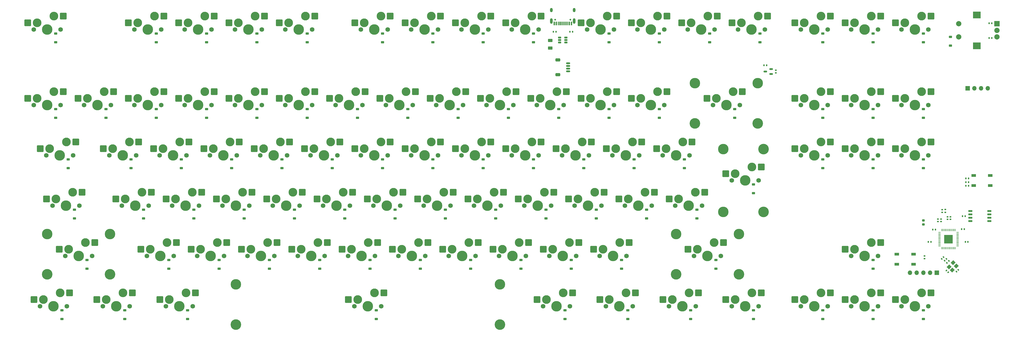
<source format=gbr>
%TF.GenerationSoftware,KiCad,Pcbnew,(7.0.0)*%
%TF.CreationDate,2023-12-09T11:02:40+00:00*%
%TF.ProjectId,TKL_PCB,544b4c5f-5043-4422-9e6b-696361645f70,rev?*%
%TF.SameCoordinates,Original*%
%TF.FileFunction,Soldermask,Bot*%
%TF.FilePolarity,Negative*%
%FSLAX46Y46*%
G04 Gerber Fmt 4.6, Leading zero omitted, Abs format (unit mm)*
G04 Created by KiCad (PCBNEW (7.0.0)) date 2023-12-09 11:02:40*
%MOMM*%
%LPD*%
G01*
G04 APERTURE LIST*
G04 Aperture macros list*
%AMRoundRect*
0 Rectangle with rounded corners*
0 $1 Rounding radius*
0 $2 $3 $4 $5 $6 $7 $8 $9 X,Y pos of 4 corners*
0 Add a 4 corners polygon primitive as box body*
4,1,4,$2,$3,$4,$5,$6,$7,$8,$9,$2,$3,0*
0 Add four circle primitives for the rounded corners*
1,1,$1+$1,$2,$3*
1,1,$1+$1,$4,$5*
1,1,$1+$1,$6,$7*
1,1,$1+$1,$8,$9*
0 Add four rect primitives between the rounded corners*
20,1,$1+$1,$2,$3,$4,$5,0*
20,1,$1+$1,$4,$5,$6,$7,0*
20,1,$1+$1,$6,$7,$8,$9,0*
20,1,$1+$1,$8,$9,$2,$3,0*%
%AMRotRect*
0 Rectangle, with rotation*
0 The origin of the aperture is its center*
0 $1 length*
0 $2 width*
0 $3 Rotation angle, in degrees counterclockwise*
0 Add horizontal line*
21,1,$1,$2,0,0,$3*%
G04 Aperture macros list end*
%ADD10C,4.000000*%
%ADD11C,3.987800*%
%ADD12R,1.700000X1.700000*%
%ADD13O,1.700000X1.700000*%
%ADD14RoundRect,0.225000X0.375000X-0.225000X0.375000X0.225000X-0.375000X0.225000X-0.375000X-0.225000X0*%
%ADD15RoundRect,0.135000X0.135000X0.185000X-0.135000X0.185000X-0.135000X-0.185000X0.135000X-0.185000X0*%
%ADD16C,1.750000*%
%ADD17C,3.300000*%
%ADD18RoundRect,0.250000X1.025000X1.000000X-1.025000X1.000000X-1.025000X-1.000000X1.025000X-1.000000X0*%
%ADD19RoundRect,0.135000X-0.185000X0.135000X-0.185000X-0.135000X0.185000X-0.135000X0.185000X0.135000X0*%
%ADD20RoundRect,0.150000X0.475000X0.150000X-0.475000X0.150000X-0.475000X-0.150000X0.475000X-0.150000X0*%
%ADD21R,1.700000X1.000000*%
%ADD22RoundRect,0.150000X0.650000X0.150000X-0.650000X0.150000X-0.650000X-0.150000X0.650000X-0.150000X0*%
%ADD23RoundRect,0.140000X0.140000X0.170000X-0.140000X0.170000X-0.140000X-0.170000X0.140000X-0.170000X0*%
%ADD24RoundRect,0.140000X0.021213X-0.219203X0.219203X-0.021213X-0.021213X0.219203X-0.219203X0.021213X0*%
%ADD25RoundRect,0.140000X-0.140000X-0.170000X0.140000X-0.170000X0.140000X0.170000X-0.140000X0.170000X0*%
%ADD26RoundRect,0.150000X0.625000X-0.150000X0.625000X0.150000X-0.625000X0.150000X-0.625000X-0.150000X0*%
%ADD27RoundRect,0.250000X0.650000X-0.350000X0.650000X0.350000X-0.650000X0.350000X-0.650000X-0.350000X0*%
%ADD28RoundRect,0.140000X0.170000X-0.140000X0.170000X0.140000X-0.170000X0.140000X-0.170000X-0.140000X0*%
%ADD29C,0.650000*%
%ADD30R,0.600000X1.450000*%
%ADD31R,0.300000X1.450000*%
%ADD32O,1.000000X1.600000*%
%ADD33O,1.000000X2.100000*%
%ADD34RoundRect,0.150000X0.512500X0.150000X-0.512500X0.150000X-0.512500X-0.150000X0.512500X-0.150000X0*%
%ADD35RoundRect,0.140000X-0.021213X0.219203X-0.219203X0.021213X0.021213X-0.219203X0.219203X-0.021213X0*%
%ADD36RoundRect,0.140000X0.219203X0.021213X0.021213X0.219203X-0.219203X-0.021213X-0.021213X-0.219203X0*%
%ADD37RoundRect,0.135000X-0.135000X-0.185000X0.135000X-0.185000X0.135000X0.185000X-0.135000X0.185000X0*%
%ADD38R,2.000000X2.000000*%
%ADD39C,2.000000*%
%ADD40R,3.000000X2.500000*%
%ADD41RoundRect,0.225000X-0.250000X0.225000X-0.250000X-0.225000X0.250000X-0.225000X0.250000X0.225000X0*%
%ADD42RoundRect,0.250000X-0.625000X0.375000X-0.625000X-0.375000X0.625000X-0.375000X0.625000X0.375000X0*%
%ADD43RotRect,1.400000X1.200000X45.000000*%
%ADD44RoundRect,0.135000X0.035355X-0.226274X0.226274X-0.035355X-0.035355X0.226274X-0.226274X0.035355X0*%
%ADD45RoundRect,0.050000X0.387500X0.050000X-0.387500X0.050000X-0.387500X-0.050000X0.387500X-0.050000X0*%
%ADD46RoundRect,0.050000X0.050000X0.387500X-0.050000X0.387500X-0.050000X-0.387500X0.050000X-0.387500X0*%
%ADD47R,3.200000X3.200000*%
G04 APERTURE END LIST*
D10*
%TO.C,S1*%
X49212500Y-115728750D03*
D11*
X49212500Y-100488750D03*
D10*
X25400000Y-115728750D03*
D11*
X25400000Y-100488750D03*
%TD*%
D10*
%TO.C,S3*%
X287337500Y-115728750D03*
D11*
X287337500Y-100488750D03*
D10*
X263525000Y-115728750D03*
D11*
X263525000Y-100488750D03*
%TD*%
%TO.C,S4*%
X281463750Y-68262500D03*
X281463750Y-92075000D03*
D10*
X296703750Y-68262500D03*
X296703750Y-92075000D03*
%TD*%
D12*
%TO.C,J3*%
X373948749Y-45239152D03*
D13*
X376488749Y-45239152D03*
X379028749Y-45239152D03*
X381568749Y-45239152D03*
%TD*%
D10*
%TO.C,S2*%
X196850000Y-134778750D03*
D11*
X196850000Y-119538750D03*
D10*
X96837500Y-134778750D03*
D11*
X96837500Y-119538750D03*
%TD*%
D10*
%TO.C,S5*%
X294481250Y-58578750D03*
D11*
X294481250Y-43338750D03*
D10*
X270668750Y-58578750D03*
D11*
X270668750Y-43338750D03*
%TD*%
D14*
%TO.C,D9*%
X209550000Y-27843750D03*
X209550000Y-24543750D03*
%TD*%
D15*
%TO.C,R3*%
X383097500Y-26193750D03*
X382077500Y-26193750D03*
%TD*%
D14*
%TO.C,D27*%
X219075000Y-56418750D03*
X219075000Y-53118750D03*
%TD*%
D16*
%TO.C,SW83*%
X270986250Y-127793750D03*
D11*
X265906250Y-127793750D03*
D16*
X260826250Y-127793750D03*
D17*
X262096250Y-125253750D03*
D18*
X258546250Y-125253750D03*
X271996250Y-122713750D03*
D17*
X268446250Y-122713750D03*
%TD*%
D16*
%TO.C,SW42*%
X192405000Y-70643750D03*
D11*
X187325000Y-70643750D03*
D16*
X182245000Y-70643750D03*
D17*
X183515000Y-68103750D03*
D18*
X179965000Y-68103750D03*
X193415000Y-65563750D03*
D17*
X189865000Y-65563750D03*
%TD*%
D16*
%TO.C,SW67*%
X111442500Y-108743750D03*
D11*
X106362500Y-108743750D03*
D16*
X101282500Y-108743750D03*
D17*
X102552500Y-106203750D03*
D18*
X99002500Y-106203750D03*
X112452500Y-103663750D03*
D17*
X108902500Y-103663750D03*
%TD*%
D16*
%TO.C,SW33*%
X359092500Y-51593750D03*
D11*
X354012500Y-51593750D03*
D16*
X348932500Y-51593750D03*
D17*
X350202500Y-49053750D03*
D18*
X346652500Y-49053750D03*
X360102500Y-46513750D03*
D17*
X356552500Y-46513750D03*
%TD*%
D14*
%TO.C,D40*%
X152400000Y-75468750D03*
X152400000Y-72168750D03*
%TD*%
D16*
%TO.C,SW86*%
X340042500Y-127793750D03*
D11*
X334962500Y-127793750D03*
D16*
X329882500Y-127793750D03*
D17*
X331152500Y-125253750D03*
D18*
X327602500Y-125253750D03*
X341052500Y-122713750D03*
D17*
X337502500Y-122713750D03*
%TD*%
D14*
%TO.C,D33*%
X357187500Y-56418750D03*
X357187500Y-53118750D03*
%TD*%
D16*
%TO.C,SW20*%
X87630000Y-51593750D03*
D11*
X82550000Y-51593750D03*
D16*
X77470000Y-51593750D03*
D17*
X78740000Y-49053750D03*
D18*
X75190000Y-49053750D03*
X88640000Y-46513750D03*
D17*
X85090000Y-46513750D03*
%TD*%
D14*
%TO.C,D87*%
X357187500Y-132618750D03*
X357187500Y-129318750D03*
%TD*%
%TO.C,D73*%
X223837500Y-113568750D03*
X223837500Y-110268750D03*
%TD*%
%TO.C,D80*%
X150018750Y-132618750D03*
X150018750Y-129318750D03*
%TD*%
D16*
%TO.C,SW69*%
X149542500Y-108743750D03*
D11*
X144462500Y-108743750D03*
D16*
X139382500Y-108743750D03*
D17*
X140652500Y-106203750D03*
D18*
X137102500Y-106203750D03*
X150552500Y-103663750D03*
D17*
X147002500Y-103663750D03*
%TD*%
D19*
%TO.C,R5*%
X357603648Y-108730877D03*
X357603648Y-109750877D03*
%TD*%
D14*
%TO.C,D34*%
X33337500Y-75468750D03*
X33337500Y-72168750D03*
%TD*%
%TO.C,D53*%
X80962500Y-94518750D03*
X80962500Y-91218750D03*
%TD*%
%TO.C,D26*%
X200025000Y-56418750D03*
X200025000Y-53118750D03*
%TD*%
%TO.C,D58*%
X176212500Y-94518750D03*
X176212500Y-91218750D03*
%TD*%
%TO.C,D56*%
X138112500Y-94518750D03*
X138112500Y-91218750D03*
%TD*%
%TO.C,D29*%
X257175000Y-56418750D03*
X257175000Y-53118750D03*
%TD*%
D16*
%TO.C,SW50*%
X359092500Y-70643750D03*
D11*
X354012500Y-70643750D03*
D16*
X348932500Y-70643750D03*
D17*
X350202500Y-68103750D03*
D18*
X346652500Y-68103750D03*
X360102500Y-65563750D03*
D17*
X356552500Y-65563750D03*
%TD*%
D14*
%TO.C,D3*%
X85725000Y-27843750D03*
X85725000Y-24543750D03*
%TD*%
D20*
%TO.C,U2*%
X221837500Y-26037500D03*
X221837500Y-26987500D03*
X221837500Y-27937500D03*
X219487500Y-27937500D03*
X219487500Y-26987500D03*
X219487500Y-26037500D03*
%TD*%
D15*
%TO.C,R6*%
X374316250Y-79375000D03*
X373296250Y-79375000D03*
%TD*%
D16*
%TO.C,SW28*%
X240030000Y-51593750D03*
D11*
X234950000Y-51593750D03*
D16*
X229870000Y-51593750D03*
D17*
X231140000Y-49053750D03*
D18*
X227590000Y-49053750D03*
X241040000Y-46513750D03*
D17*
X237490000Y-46513750D03*
%TD*%
D14*
%TO.C,D47*%
X292893750Y-84993750D03*
X292893750Y-81693750D03*
%TD*%
%TO.C,D39*%
X133350000Y-75468750D03*
X133350000Y-72168750D03*
%TD*%
%TO.C,D44*%
X228600000Y-75468750D03*
X228600000Y-72168750D03*
%TD*%
%TO.C,D14*%
X319087500Y-27843750D03*
X319087500Y-24543750D03*
%TD*%
%TO.C,D28*%
X238125000Y-56418750D03*
X238125000Y-53118750D03*
%TD*%
%TO.C,D2*%
X66675000Y-27843750D03*
X66675000Y-24543750D03*
%TD*%
%TO.C,D43*%
X209550000Y-75468750D03*
X209550000Y-72168750D03*
%TD*%
%TO.C,D63*%
X271462500Y-94518750D03*
X271462500Y-91218750D03*
%TD*%
%TO.C,D52*%
X61912500Y-94518750D03*
X61912500Y-91218750D03*
%TD*%
%TO.C,D79*%
X78581250Y-132618750D03*
X78581250Y-129318750D03*
%TD*%
D21*
%TO.C,RST1*%
X353459147Y-108091768D03*
X347159147Y-108091768D03*
X353459147Y-111891768D03*
X347159147Y-111891768D03*
%TD*%
D16*
%TO.C,SW38*%
X116205000Y-70643750D03*
D11*
X111125000Y-70643750D03*
D16*
X106045000Y-70643750D03*
D17*
X107315000Y-68103750D03*
D18*
X103765000Y-68103750D03*
X117215000Y-65563750D03*
D17*
X113665000Y-65563750D03*
%TD*%
D14*
%TO.C,D83*%
X269081250Y-132618750D03*
X269081250Y-129318750D03*
%TD*%
D16*
%TO.C,SW22*%
X125730000Y-51593750D03*
D11*
X120650000Y-51593750D03*
D16*
X115570000Y-51593750D03*
D17*
X116840000Y-49053750D03*
D18*
X113290000Y-49053750D03*
X126740000Y-46513750D03*
D17*
X123190000Y-46513750D03*
%TD*%
D16*
%TO.C,SW6*%
X154305000Y-23018750D03*
D11*
X149225000Y-23018750D03*
D16*
X144145000Y-23018750D03*
D17*
X145415000Y-20478750D03*
D18*
X141865000Y-20478750D03*
X155315000Y-17938750D03*
D17*
X151765000Y-17938750D03*
%TD*%
D22*
%TO.C,Flash*%
X382218750Y-91757500D03*
X382218750Y-93027500D03*
X382218750Y-94297500D03*
X382218750Y-95567500D03*
X375018750Y-95567500D03*
X375018750Y-94297500D03*
X375018750Y-93027500D03*
X375018750Y-91757500D03*
%TD*%
D14*
%TO.C,D37*%
X95250000Y-75468750D03*
X95250000Y-72168750D03*
%TD*%
D23*
%TO.C,C10*%
X361762390Y-98748485D03*
X360802390Y-98748485D03*
%TD*%
D14*
%TO.C,D68*%
X128587500Y-113568750D03*
X128587500Y-110268750D03*
%TD*%
D16*
%TO.C,SW74*%
X244792500Y-108743750D03*
D11*
X239712500Y-108743750D03*
D16*
X234632500Y-108743750D03*
D17*
X235902500Y-106203750D03*
D18*
X232352500Y-106203750D03*
X245802500Y-103663750D03*
D17*
X242252500Y-103663750D03*
%TD*%
D14*
%TO.C,D81*%
X221456250Y-132618750D03*
X221456250Y-129318750D03*
%TD*%
D16*
%TO.C,SW41*%
X173355000Y-70643750D03*
D11*
X168275000Y-70643750D03*
D16*
X163195000Y-70643750D03*
D17*
X164465000Y-68103750D03*
D18*
X160915000Y-68103750D03*
X174365000Y-65563750D03*
D17*
X170815000Y-65563750D03*
%TD*%
D23*
%TO.C,C5*%
X372996466Y-93688597D03*
X372036466Y-93688597D03*
%TD*%
D16*
%TO.C,SW11*%
X259080000Y-23018750D03*
D11*
X254000000Y-23018750D03*
D16*
X248920000Y-23018750D03*
D17*
X250190000Y-20478750D03*
D18*
X246640000Y-20478750D03*
X260090000Y-17938750D03*
D17*
X256540000Y-17938750D03*
%TD*%
D14*
%TO.C,D1*%
X28575000Y-27843750D03*
X28575000Y-24543750D03*
%TD*%
D24*
%TO.C,C3*%
X369747504Y-114695183D03*
X370426326Y-114016361D03*
%TD*%
D25*
%TO.C,C13*%
X373096446Y-103447575D03*
X374056446Y-103447575D03*
%TD*%
D14*
%TO.C,D25*%
X180975000Y-56418750D03*
X180975000Y-53118750D03*
%TD*%
D26*
%TO.C,J2*%
X222662500Y-38806250D03*
X222662500Y-37806250D03*
X222662500Y-36806250D03*
X222662500Y-35806250D03*
D27*
X218787500Y-40106250D03*
X218787500Y-34506250D03*
%TD*%
D14*
%TO.C,D49*%
X338137500Y-75468750D03*
X338137500Y-72168750D03*
%TD*%
D28*
%TO.C,C6*%
X363899353Y-95728434D03*
X363899353Y-94768434D03*
%TD*%
D16*
%TO.C,SW82*%
X247173750Y-127793750D03*
D11*
X242093750Y-127793750D03*
D16*
X237013750Y-127793750D03*
D17*
X238283750Y-125253750D03*
D18*
X234733750Y-125253750D03*
X248183750Y-122713750D03*
D17*
X244633750Y-122713750D03*
%TD*%
D16*
%TO.C,SW59*%
X197167500Y-89693750D03*
D11*
X192087500Y-89693750D03*
D16*
X187007500Y-89693750D03*
D17*
X188277500Y-87153750D03*
D18*
X184727500Y-87153750D03*
X198177500Y-84613750D03*
D17*
X194627500Y-84613750D03*
%TD*%
D14*
%TO.C,D65*%
X71437500Y-113568750D03*
X71437500Y-110268750D03*
%TD*%
D16*
%TO.C,SW16*%
X359092500Y-23018750D03*
D11*
X354012500Y-23018750D03*
D16*
X348932500Y-23018750D03*
D17*
X350202500Y-20478750D03*
D18*
X346652500Y-20478750D03*
X360102500Y-17938750D03*
D17*
X356552500Y-17938750D03*
%TD*%
D29*
%TO.C,J1*%
X217772500Y-19268750D03*
X223552500Y-19268750D03*
D30*
X217412499Y-20713749D03*
X218212499Y-20713749D03*
D31*
X219412499Y-20713749D03*
X220412499Y-20713749D03*
X220912499Y-20713749D03*
X221912499Y-20713749D03*
D30*
X223112499Y-20713749D03*
X223912499Y-20713749D03*
X223912499Y-20713749D03*
X223112499Y-20713749D03*
D31*
X222412499Y-20713749D03*
X221412499Y-20713749D03*
X219912499Y-20713749D03*
X218912499Y-20713749D03*
D30*
X218212499Y-20713749D03*
X217412499Y-20713749D03*
D32*
X216342499Y-15618749D03*
D33*
X216342499Y-19798749D03*
D32*
X224982499Y-15618749D03*
D33*
X224982499Y-19798749D03*
%TD*%
D16*
%TO.C,SW4*%
X106680000Y-23018750D03*
D11*
X101600000Y-23018750D03*
D16*
X96520000Y-23018750D03*
D17*
X97790000Y-20478750D03*
D18*
X94240000Y-20478750D03*
X107690000Y-17938750D03*
D17*
X104140000Y-17938750D03*
%TD*%
D16*
%TO.C,SW46*%
X268605000Y-70643750D03*
D11*
X263525000Y-70643750D03*
D16*
X258445000Y-70643750D03*
D17*
X259715000Y-68103750D03*
D18*
X256165000Y-68103750D03*
X269615000Y-65563750D03*
D17*
X266065000Y-65563750D03*
%TD*%
D14*
%TO.C,D51*%
X35718750Y-94518750D03*
X35718750Y-91218750D03*
%TD*%
%TO.C,D62*%
X252412500Y-94518750D03*
X252412500Y-91218750D03*
%TD*%
D16*
%TO.C,SW7*%
X173355000Y-23018750D03*
D11*
X168275000Y-23018750D03*
D16*
X163195000Y-23018750D03*
D17*
X164465000Y-20478750D03*
D18*
X160915000Y-20478750D03*
X174365000Y-17938750D03*
D17*
X170815000Y-17938750D03*
%TD*%
D14*
%TO.C,D38*%
X114300000Y-75468750D03*
X114300000Y-72168750D03*
%TD*%
D16*
%TO.C,SW85*%
X320992500Y-127793750D03*
D11*
X315912500Y-127793750D03*
D16*
X310832500Y-127793750D03*
D17*
X312102500Y-125253750D03*
D18*
X308552500Y-125253750D03*
X322002500Y-122713750D03*
D17*
X318452500Y-122713750D03*
%TD*%
D16*
%TO.C,SW17*%
X30480000Y-51593750D03*
D11*
X25400000Y-51593750D03*
D16*
X20320000Y-51593750D03*
D17*
X21590000Y-49053750D03*
D18*
X18040000Y-49053750D03*
X31490000Y-46513750D03*
D17*
X27940000Y-46513750D03*
%TD*%
D16*
%TO.C,SW23*%
X144780000Y-51593750D03*
D11*
X139700000Y-51593750D03*
D16*
X134620000Y-51593750D03*
D17*
X135890000Y-49053750D03*
D18*
X132340000Y-49053750D03*
X145790000Y-46513750D03*
D17*
X142240000Y-46513750D03*
%TD*%
D16*
%TO.C,SW58*%
X178117500Y-89693750D03*
D11*
X173037500Y-89693750D03*
D16*
X167957500Y-89693750D03*
D17*
X169227500Y-87153750D03*
D18*
X165677500Y-87153750D03*
X179127500Y-84613750D03*
D17*
X175577500Y-84613750D03*
%TD*%
D16*
%TO.C,SW76*%
X340042500Y-108743750D03*
D11*
X334962500Y-108743750D03*
D16*
X329882500Y-108743750D03*
D17*
X331152500Y-106203750D03*
D18*
X327602500Y-106203750D03*
X341052500Y-103663750D03*
D17*
X337502500Y-103663750D03*
%TD*%
D16*
%TO.C,SW19*%
X68580000Y-51593750D03*
D11*
X63500000Y-51593750D03*
D16*
X58420000Y-51593750D03*
D17*
X59690000Y-49053750D03*
D18*
X56140000Y-49053750D03*
X69590000Y-46513750D03*
D17*
X66040000Y-46513750D03*
%TD*%
D14*
%TO.C,D76*%
X338137500Y-113568750D03*
X338137500Y-110268750D03*
%TD*%
D16*
%TO.C,SW12*%
X278130000Y-23018750D03*
D11*
X273050000Y-23018750D03*
D16*
X267970000Y-23018750D03*
D17*
X269240000Y-20478750D03*
D18*
X265690000Y-20478750D03*
X279140000Y-17938750D03*
D17*
X275590000Y-17938750D03*
%TD*%
D16*
%TO.C,SW53*%
X82867500Y-89693750D03*
D11*
X77787500Y-89693750D03*
D16*
X72707500Y-89693750D03*
D17*
X73977500Y-87153750D03*
D18*
X70427500Y-87153750D03*
X83877500Y-84613750D03*
D17*
X80327500Y-84613750D03*
%TD*%
D14*
%TO.C,D59*%
X195262500Y-94518750D03*
X195262500Y-91218750D03*
%TD*%
%TO.C,D32*%
X338137500Y-56418750D03*
X338137500Y-53118750D03*
%TD*%
D16*
%TO.C,SW37*%
X97155000Y-70643750D03*
D11*
X92075000Y-70643750D03*
D16*
X86995000Y-70643750D03*
D17*
X88265000Y-68103750D03*
D18*
X84715000Y-68103750D03*
X98165000Y-65563750D03*
D17*
X94615000Y-65563750D03*
%TD*%
D34*
%TO.C,Regulator*%
X299587500Y-37943750D03*
X299587500Y-39843750D03*
X297312500Y-38893750D03*
%TD*%
D35*
%TO.C,C7*%
X364859741Y-109187032D03*
X364180919Y-109865854D03*
%TD*%
D36*
%TO.C,C4*%
X366592833Y-114959248D03*
X365914011Y-114280426D03*
%TD*%
D14*
%TO.C,D50*%
X357187500Y-75468750D03*
X357187500Y-72168750D03*
%TD*%
D16*
%TO.C,SW31*%
X320992500Y-51593750D03*
D11*
X315912500Y-51593750D03*
D16*
X310832500Y-51593750D03*
D17*
X312102500Y-49053750D03*
D18*
X308552500Y-49053750D03*
X322002500Y-46513750D03*
D17*
X318452500Y-46513750D03*
%TD*%
D16*
%TO.C,SW75*%
X280511250Y-108743750D03*
D11*
X275431250Y-108743750D03*
D16*
X270351250Y-108743750D03*
D17*
X271621250Y-106203750D03*
D18*
X268071250Y-106203750D03*
X281521250Y-103663750D03*
D17*
X277971250Y-103663750D03*
%TD*%
D16*
%TO.C,SW77*%
X32861250Y-127793750D03*
D11*
X27781250Y-127793750D03*
D16*
X22701250Y-127793750D03*
D17*
X23971250Y-125253750D03*
D18*
X20421250Y-125253750D03*
X33871250Y-122713750D03*
D17*
X30321250Y-122713750D03*
%TD*%
D16*
%TO.C,SW32*%
X340042500Y-51593750D03*
D11*
X334962500Y-51593750D03*
D16*
X329882500Y-51593750D03*
D17*
X331152500Y-49053750D03*
D18*
X327602500Y-49053750D03*
X341052500Y-46513750D03*
D17*
X337502500Y-46513750D03*
%TD*%
D28*
%TO.C,C14*%
X366318961Y-94898200D03*
X366318961Y-93938200D03*
%TD*%
D14*
%TO.C,D17*%
X28575000Y-56418750D03*
X28575000Y-53118750D03*
%TD*%
D37*
%TO.C,R4*%
X382077500Y-20637500D03*
X383097500Y-20637500D03*
%TD*%
D16*
%TO.C,SW48*%
X320992500Y-70643750D03*
D11*
X315912500Y-70643750D03*
D16*
X310832500Y-70643750D03*
D17*
X312102500Y-68103750D03*
D18*
X308552500Y-68103750D03*
X322002500Y-65563750D03*
D17*
X318452500Y-65563750D03*
%TD*%
D28*
%TO.C,C15*%
X362743750Y-95730000D03*
X362743750Y-94770000D03*
%TD*%
D16*
%TO.C,SW72*%
X206692500Y-108743750D03*
D11*
X201612500Y-108743750D03*
D16*
X196532500Y-108743750D03*
D17*
X197802500Y-106203750D03*
D18*
X194252500Y-106203750D03*
X207702500Y-103663750D03*
D17*
X204152500Y-103663750D03*
%TD*%
D16*
%TO.C,SW34*%
X35242500Y-70643750D03*
D11*
X30162500Y-70643750D03*
D16*
X25082500Y-70643750D03*
D17*
X26352500Y-68103750D03*
D18*
X22802500Y-68103750D03*
X36252500Y-65563750D03*
D17*
X32702500Y-65563750D03*
%TD*%
D16*
%TO.C,SW36*%
X78105000Y-70643750D03*
D11*
X73025000Y-70643750D03*
D16*
X67945000Y-70643750D03*
D17*
X69215000Y-68103750D03*
D18*
X65665000Y-68103750D03*
X79115000Y-65563750D03*
D17*
X75565000Y-65563750D03*
%TD*%
D16*
%TO.C,SW18*%
X49530000Y-51593750D03*
D11*
X44450000Y-51593750D03*
D16*
X39370000Y-51593750D03*
D17*
X40640000Y-49053750D03*
D18*
X37090000Y-49053750D03*
X50540000Y-46513750D03*
D17*
X46990000Y-46513750D03*
%TD*%
D16*
%TO.C,SW8*%
X192405000Y-23018750D03*
D11*
X187325000Y-23018750D03*
D16*
X182245000Y-23018750D03*
D17*
X183515000Y-20478750D03*
D18*
X179965000Y-20478750D03*
X193415000Y-17938750D03*
D17*
X189865000Y-17938750D03*
%TD*%
D14*
%TO.C,D69*%
X147637500Y-113568750D03*
X147637500Y-110268750D03*
%TD*%
%TO.C,D31*%
X319087500Y-56418750D03*
X319087500Y-53118750D03*
%TD*%
D16*
%TO.C,SW79*%
X80486250Y-127793750D03*
D11*
X75406250Y-127793750D03*
D16*
X70326250Y-127793750D03*
D17*
X71596250Y-125253750D03*
D18*
X68046250Y-125253750D03*
X81496250Y-122713750D03*
D17*
X77946250Y-122713750D03*
%TD*%
D16*
%TO.C,SW71*%
X187642500Y-108743750D03*
D11*
X182562500Y-108743750D03*
D16*
X177482500Y-108743750D03*
D17*
X178752500Y-106203750D03*
D18*
X175202500Y-106203750D03*
X188652500Y-103663750D03*
D17*
X185102500Y-103663750D03*
%TD*%
D12*
%TO.C,J4*%
X362262499Y-115093749D03*
D13*
X359722499Y-115093749D03*
X357182499Y-115093749D03*
X354642499Y-115093749D03*
X352102499Y-115093749D03*
%TD*%
D15*
%TO.C,R1*%
X218097890Y-23794288D03*
X217077890Y-23794288D03*
%TD*%
D16*
%TO.C,SW3*%
X87630000Y-23018750D03*
D11*
X82550000Y-23018750D03*
D16*
X77470000Y-23018750D03*
D17*
X78740000Y-20478750D03*
D18*
X75190000Y-20478750D03*
X88640000Y-17938750D03*
D17*
X85090000Y-17938750D03*
%TD*%
D14*
%TO.C,D70*%
X166687500Y-113568750D03*
X166687500Y-110268750D03*
%TD*%
D16*
%TO.C,SW81*%
X223361250Y-127793750D03*
D11*
X218281250Y-127793750D03*
D16*
X213201250Y-127793750D03*
D17*
X214471250Y-125253750D03*
D18*
X210921250Y-125253750D03*
X224371250Y-122713750D03*
D17*
X220821250Y-122713750D03*
%TD*%
D16*
%TO.C,SW9*%
X211455000Y-23018750D03*
D11*
X206375000Y-23018750D03*
D16*
X201295000Y-23018750D03*
D17*
X202565000Y-20478750D03*
D18*
X199015000Y-20478750D03*
X212465000Y-17938750D03*
D17*
X208915000Y-17938750D03*
%TD*%
D25*
%TO.C,C12*%
X371718072Y-98617275D03*
X372678072Y-98617275D03*
%TD*%
D14*
%TO.C,D84*%
X292893750Y-132618750D03*
X292893750Y-129318750D03*
%TD*%
%TO.C,D77*%
X30956250Y-132618750D03*
X30956250Y-129318750D03*
%TD*%
D38*
%TO.C,SW88*%
X385070499Y-20796249D03*
D39*
X385070500Y-25796250D03*
X385070500Y-23296250D03*
D40*
X377450499Y-29146249D03*
X377450499Y-17446249D03*
D39*
X370570500Y-20796250D03*
X370570500Y-25796250D03*
%TD*%
D14*
%TO.C,D78*%
X54768750Y-132618750D03*
X54768750Y-129318750D03*
%TD*%
D16*
%TO.C,SW70*%
X168592500Y-108743750D03*
D11*
X163512500Y-108743750D03*
D16*
X158432500Y-108743750D03*
D17*
X159702500Y-106203750D03*
D18*
X156152500Y-106203750D03*
X169602500Y-103663750D03*
D17*
X166052500Y-103663750D03*
%TD*%
D14*
%TO.C,D12*%
X276225000Y-27843750D03*
X276225000Y-24543750D03*
%TD*%
%TO.C,D88*%
X367445295Y-29123948D03*
X367445295Y-25823948D03*
%TD*%
D23*
%TO.C,C11*%
X360048750Y-103414598D03*
X359088750Y-103414598D03*
%TD*%
D14*
%TO.C,D5*%
X123825000Y-27843750D03*
X123825000Y-24543750D03*
%TD*%
%TO.C,D72*%
X204787500Y-113568750D03*
X204787500Y-110268750D03*
%TD*%
D16*
%TO.C,SW5*%
X125730000Y-23018750D03*
D11*
X120650000Y-23018750D03*
D16*
X115570000Y-23018750D03*
D17*
X116840000Y-20478750D03*
D18*
X113290000Y-20478750D03*
X126740000Y-17938750D03*
D17*
X123190000Y-17938750D03*
%TD*%
D16*
%TO.C,SW13*%
X297180000Y-23018750D03*
D11*
X292100000Y-23018750D03*
D16*
X287020000Y-23018750D03*
D17*
X288290000Y-20478750D03*
D18*
X284740000Y-20478750D03*
X298190000Y-17938750D03*
D17*
X294640000Y-17938750D03*
%TD*%
D16*
%TO.C,SW26*%
X201930000Y-51593750D03*
D11*
X196850000Y-51593750D03*
D16*
X191770000Y-51593750D03*
D17*
X193040000Y-49053750D03*
D18*
X189490000Y-49053750D03*
X202940000Y-46513750D03*
D17*
X199390000Y-46513750D03*
%TD*%
D16*
%TO.C,SW47*%
X294798750Y-80168750D03*
D11*
X289718750Y-80168750D03*
D16*
X284638750Y-80168750D03*
D17*
X285908750Y-77628750D03*
D18*
X282358750Y-77628750D03*
X295808750Y-75088750D03*
D17*
X292258750Y-75088750D03*
%TD*%
D14*
%TO.C,D23*%
X142875000Y-56418750D03*
X142875000Y-53118750D03*
%TD*%
D41*
%TO.C,C9*%
X357187500Y-95268750D03*
X357187500Y-96818750D03*
%TD*%
D14*
%TO.C,D66*%
X90487500Y-113568750D03*
X90487500Y-110268750D03*
%TD*%
%TO.C,D54*%
X100012500Y-94518750D03*
X100012500Y-91218750D03*
%TD*%
D42*
%TO.C,F1*%
X215900000Y-27175000D03*
X215900000Y-29975000D03*
%TD*%
D16*
%TO.C,SW80*%
X151923750Y-127793750D03*
D11*
X146843750Y-127793750D03*
D16*
X141763750Y-127793750D03*
D17*
X143033750Y-125253750D03*
D18*
X139483750Y-125253750D03*
X152933750Y-122713750D03*
D17*
X149383750Y-122713750D03*
%TD*%
D14*
%TO.C,D85*%
X319087500Y-132618750D03*
X319087500Y-129318750D03*
%TD*%
D16*
%TO.C,SW14*%
X320992500Y-23018750D03*
D11*
X315912500Y-23018750D03*
D16*
X310832500Y-23018750D03*
D17*
X312102500Y-20478750D03*
D18*
X308552500Y-20478750D03*
X322002500Y-17938750D03*
D17*
X318452500Y-17938750D03*
%TD*%
D14*
%TO.C,D10*%
X238125000Y-27843750D03*
X238125000Y-24543750D03*
%TD*%
D16*
%TO.C,SW21*%
X106680000Y-51593750D03*
D11*
X101600000Y-51593750D03*
D16*
X96520000Y-51593750D03*
D17*
X97790000Y-49053750D03*
D18*
X94240000Y-49053750D03*
X107690000Y-46513750D03*
D17*
X104140000Y-46513750D03*
%TD*%
D16*
%TO.C,SW73*%
X225742500Y-108743750D03*
D11*
X220662500Y-108743750D03*
D16*
X215582500Y-108743750D03*
D17*
X216852500Y-106203750D03*
D18*
X213302500Y-106203750D03*
X226752500Y-103663750D03*
D17*
X223202500Y-103663750D03*
%TD*%
D14*
%TO.C,D19*%
X66675000Y-56418750D03*
X66675000Y-53118750D03*
%TD*%
D16*
%TO.C,SW57*%
X159067500Y-89693750D03*
D11*
X153987500Y-89693750D03*
D16*
X148907500Y-89693750D03*
D17*
X150177500Y-87153750D03*
D18*
X146627500Y-87153750D03*
X160077500Y-84613750D03*
D17*
X156527500Y-84613750D03*
%TD*%
D14*
%TO.C,D74*%
X242887500Y-113568750D03*
X242887500Y-110268750D03*
%TD*%
%TO.C,D46*%
X266700000Y-75468750D03*
X266700000Y-72168750D03*
%TD*%
D19*
%TO.C,R10*%
X365467229Y-91183663D03*
X365467229Y-92203663D03*
%TD*%
D14*
%TO.C,D24*%
X161925000Y-56418750D03*
X161925000Y-53118750D03*
%TD*%
%TO.C,D11*%
X257175000Y-27843750D03*
X257175000Y-24543750D03*
%TD*%
D16*
%TO.C,SW87*%
X359092500Y-127793750D03*
D11*
X354012500Y-127793750D03*
D16*
X348932500Y-127793750D03*
D17*
X350202500Y-125253750D03*
D18*
X346652500Y-125253750D03*
X360102500Y-122713750D03*
D17*
X356552500Y-122713750D03*
%TD*%
D16*
%TO.C,SW35*%
X59055000Y-70643750D03*
D11*
X53975000Y-70643750D03*
D16*
X48895000Y-70643750D03*
D17*
X50165000Y-68103750D03*
D18*
X46615000Y-68103750D03*
X60065000Y-65563750D03*
D17*
X56515000Y-65563750D03*
%TD*%
D15*
%TO.C,R8*%
X374316250Y-82156250D03*
X373296250Y-82156250D03*
%TD*%
D14*
%TO.C,D4*%
X104775000Y-27843750D03*
X104775000Y-24543750D03*
%TD*%
D16*
%TO.C,SW56*%
X140017500Y-89693750D03*
D11*
X134937500Y-89693750D03*
D16*
X129857500Y-89693750D03*
D17*
X131127500Y-87153750D03*
D18*
X127577500Y-87153750D03*
X141027500Y-84613750D03*
D17*
X137477500Y-84613750D03*
%TD*%
D16*
%TO.C,SW15*%
X340042500Y-23018750D03*
D11*
X334962500Y-23018750D03*
D16*
X329882500Y-23018750D03*
D17*
X331152500Y-20478750D03*
D18*
X327602500Y-20478750D03*
X341052500Y-17938750D03*
D17*
X337502500Y-17938750D03*
%TD*%
D14*
%TO.C,D57*%
X157162500Y-94518750D03*
X157162500Y-91218750D03*
%TD*%
D16*
%TO.C,SW55*%
X120967500Y-89693750D03*
D11*
X115887500Y-89693750D03*
D16*
X110807500Y-89693750D03*
D17*
X112077500Y-87153750D03*
D18*
X108527500Y-87153750D03*
X121977500Y-84613750D03*
D17*
X118427500Y-84613750D03*
%TD*%
D14*
%TO.C,D75*%
X278606250Y-113568750D03*
X278606250Y-110268750D03*
%TD*%
%TO.C,D13*%
X295275000Y-27843750D03*
X295275000Y-24543750D03*
%TD*%
%TO.C,D55*%
X119062500Y-94518750D03*
X119062500Y-91218750D03*
%TD*%
%TO.C,D48*%
X319087500Y-75468750D03*
X319087500Y-72168750D03*
%TD*%
D16*
%TO.C,SW65*%
X73342500Y-108743750D03*
D11*
X68262500Y-108743750D03*
D16*
X63182500Y-108743750D03*
D17*
X64452500Y-106203750D03*
D18*
X60902500Y-106203750D03*
X74352500Y-103663750D03*
D17*
X70802500Y-103663750D03*
%TD*%
D14*
%TO.C,D16*%
X357187500Y-27843750D03*
X357187500Y-24543750D03*
%TD*%
D16*
%TO.C,SW63*%
X273367500Y-89693750D03*
D11*
X268287500Y-89693750D03*
D16*
X263207500Y-89693750D03*
D17*
X264477500Y-87153750D03*
D18*
X260927500Y-87153750D03*
X274377500Y-84613750D03*
D17*
X270827500Y-84613750D03*
%TD*%
D16*
%TO.C,SW49*%
X340042500Y-70643750D03*
D11*
X334962500Y-70643750D03*
D16*
X329882500Y-70643750D03*
D17*
X331152500Y-68103750D03*
D18*
X327602500Y-68103750D03*
X341052500Y-65563750D03*
D17*
X337502500Y-65563750D03*
%TD*%
D14*
%TO.C,D64*%
X40481250Y-113568750D03*
X40481250Y-110268750D03*
%TD*%
D16*
%TO.C,SW24*%
X163830000Y-51593750D03*
D11*
X158750000Y-51593750D03*
D16*
X153670000Y-51593750D03*
D17*
X154940000Y-49053750D03*
D18*
X151390000Y-49053750D03*
X164840000Y-46513750D03*
D17*
X161290000Y-46513750D03*
%TD*%
D16*
%TO.C,SW51*%
X37623750Y-89693750D03*
D11*
X32543750Y-89693750D03*
D16*
X27463750Y-89693750D03*
D17*
X28733750Y-87153750D03*
D18*
X25183750Y-87153750D03*
X38633750Y-84613750D03*
D17*
X35083750Y-84613750D03*
%TD*%
D14*
%TO.C,D60*%
X214312500Y-94518750D03*
X214312500Y-91218750D03*
%TD*%
D16*
%TO.C,SW66*%
X92392500Y-108743750D03*
D11*
X87312500Y-108743750D03*
D16*
X82232500Y-108743750D03*
D17*
X83502500Y-106203750D03*
D18*
X79952500Y-106203750D03*
X93402500Y-103663750D03*
D17*
X89852500Y-103663750D03*
%TD*%
D16*
%TO.C,SW84*%
X294798750Y-127793750D03*
D11*
X289718750Y-127793750D03*
D16*
X284638750Y-127793750D03*
D17*
X285908750Y-125253750D03*
D18*
X282358750Y-125253750D03*
X295808750Y-122713750D03*
D17*
X292258750Y-122713750D03*
%TD*%
D14*
%TO.C,D61*%
X233362500Y-94518750D03*
X233362500Y-91218750D03*
%TD*%
D16*
%TO.C,SW43*%
X211455000Y-70643750D03*
D11*
X206375000Y-70643750D03*
D16*
X201295000Y-70643750D03*
D17*
X202565000Y-68103750D03*
D18*
X199015000Y-68103750D03*
X212465000Y-65563750D03*
D17*
X208915000Y-65563750D03*
%TD*%
D16*
%TO.C,SW52*%
X63817500Y-89693750D03*
D11*
X58737500Y-89693750D03*
D16*
X53657500Y-89693750D03*
D17*
X54927500Y-87153750D03*
D18*
X51377500Y-87153750D03*
X64827500Y-84613750D03*
D17*
X61277500Y-84613750D03*
%TD*%
D16*
%TO.C,SW40*%
X154305000Y-70643750D03*
D11*
X149225000Y-70643750D03*
D16*
X144145000Y-70643750D03*
D17*
X145415000Y-68103750D03*
D18*
X141865000Y-68103750D03*
X155315000Y-65563750D03*
D17*
X151765000Y-65563750D03*
%TD*%
D14*
%TO.C,D67*%
X109537500Y-113568750D03*
X109537500Y-110268750D03*
%TD*%
D16*
%TO.C,SW1*%
X30480000Y-23018750D03*
D11*
X25400000Y-23018750D03*
D16*
X20320000Y-23018750D03*
D17*
X21590000Y-20478750D03*
D18*
X18040000Y-20478750D03*
X31490000Y-17938750D03*
D17*
X27940000Y-17938750D03*
%TD*%
D28*
%TO.C,C8*%
X367407596Y-94881144D03*
X367407596Y-93921144D03*
%TD*%
D14*
%TO.C,D22*%
X123825000Y-56418750D03*
X123825000Y-53118750D03*
%TD*%
%TO.C,D21*%
X104775000Y-56418750D03*
X104775000Y-53118750D03*
%TD*%
%TO.C,D6*%
X152400000Y-27843750D03*
X152400000Y-24543750D03*
%TD*%
D16*
%TO.C,SW62*%
X254317500Y-89693750D03*
D11*
X249237500Y-89693750D03*
D16*
X244157500Y-89693750D03*
D17*
X245427500Y-87153750D03*
D18*
X241877500Y-87153750D03*
X255327500Y-84613750D03*
D17*
X251777500Y-84613750D03*
%TD*%
D16*
%TO.C,SW30*%
X287655000Y-51593750D03*
D11*
X282575000Y-51593750D03*
D16*
X277495000Y-51593750D03*
D17*
X278765000Y-49053750D03*
D18*
X275215000Y-49053750D03*
X288665000Y-46513750D03*
D17*
X285115000Y-46513750D03*
%TD*%
D16*
%TO.C,SW45*%
X249555000Y-70643750D03*
D11*
X244475000Y-70643750D03*
D16*
X239395000Y-70643750D03*
D17*
X240665000Y-68103750D03*
D18*
X237115000Y-68103750D03*
X250565000Y-65563750D03*
D17*
X247015000Y-65563750D03*
%TD*%
D14*
%TO.C,D35*%
X57150000Y-75468750D03*
X57150000Y-72168750D03*
%TD*%
%TO.C,D86*%
X338137500Y-132618750D03*
X338137500Y-129318750D03*
%TD*%
%TO.C,D30*%
X285750000Y-56418750D03*
X285750000Y-53118750D03*
%TD*%
%TO.C,D71*%
X185737500Y-113568750D03*
X185737500Y-110268750D03*
%TD*%
%TO.C,D82*%
X245268750Y-132618750D03*
X245268750Y-129318750D03*
%TD*%
D16*
%TO.C,SW68*%
X130492500Y-108743750D03*
D11*
X125412500Y-108743750D03*
D16*
X120332500Y-108743750D03*
D17*
X121602500Y-106203750D03*
D18*
X118052500Y-106203750D03*
X131502500Y-103663750D03*
D17*
X127952500Y-103663750D03*
%TD*%
D14*
%TO.C,D8*%
X190500000Y-27843750D03*
X190500000Y-24543750D03*
%TD*%
D19*
%TO.C,R11*%
X364356323Y-91188472D03*
X364356323Y-92208472D03*
%TD*%
D37*
%TO.C,R2*%
X223324307Y-23794288D03*
X224344307Y-23794288D03*
%TD*%
D43*
%TO.C,Y1*%
X366921141Y-112889276D03*
X368476776Y-111333641D03*
X369678857Y-112535722D03*
X368123222Y-114091357D03*
%TD*%
D16*
%TO.C,SW60*%
X216217500Y-89693750D03*
D11*
X211137500Y-89693750D03*
D16*
X206057500Y-89693750D03*
D17*
X207327500Y-87153750D03*
D18*
X203777500Y-87153750D03*
X217227500Y-84613750D03*
D17*
X213677500Y-84613750D03*
%TD*%
D44*
%TO.C,R9*%
X366096888Y-111358554D03*
X366818136Y-110637306D03*
%TD*%
D14*
%TO.C,D7*%
X171450000Y-27843750D03*
X171450000Y-24543750D03*
%TD*%
%TO.C,D41*%
X171450000Y-75468750D03*
X171450000Y-72168750D03*
%TD*%
D21*
%TO.C,BOOT1*%
X382556249Y-78274999D03*
X376256249Y-78274999D03*
X382556249Y-82074999D03*
X376256249Y-82074999D03*
%TD*%
D28*
%TO.C,C2*%
X301329864Y-39373750D03*
X301329864Y-38413750D03*
%TD*%
D37*
%TO.C,R7*%
X373296250Y-80775000D03*
X374316250Y-80775000D03*
%TD*%
D25*
%TO.C,C1*%
X296862500Y-36512500D03*
X297822500Y-36512500D03*
%TD*%
D14*
%TO.C,D18*%
X47625000Y-56418750D03*
X47625000Y-53118750D03*
%TD*%
D16*
%TO.C,SW10*%
X240030000Y-23018750D03*
D11*
X234950000Y-23018750D03*
D16*
X229870000Y-23018750D03*
D17*
X231140000Y-20478750D03*
D18*
X227590000Y-20478750D03*
X241040000Y-17938750D03*
D17*
X237490000Y-17938750D03*
%TD*%
D16*
%TO.C,SW29*%
X259080000Y-51593750D03*
D11*
X254000000Y-51593750D03*
D16*
X248920000Y-51593750D03*
D17*
X250190000Y-49053750D03*
D18*
X246640000Y-49053750D03*
X260090000Y-46513750D03*
D17*
X256540000Y-46513750D03*
%TD*%
D45*
%TO.C,U3*%
X370150000Y-99793750D03*
X370150000Y-100193750D03*
X370150000Y-100593750D03*
X370150000Y-100993750D03*
X370150000Y-101393750D03*
X370150000Y-101793750D03*
X370150000Y-102193750D03*
X370150000Y-102593750D03*
X370150000Y-102993750D03*
X370150000Y-103393750D03*
X370150000Y-103793750D03*
X370150000Y-104193750D03*
X370150000Y-104593750D03*
X370150000Y-104993750D03*
D46*
X369312500Y-105831250D03*
X368912500Y-105831250D03*
X368512500Y-105831250D03*
X368112500Y-105831250D03*
X367712500Y-105831250D03*
X367312500Y-105831250D03*
X366912500Y-105831250D03*
X366512500Y-105831250D03*
X366112500Y-105831250D03*
X365712500Y-105831250D03*
X365312500Y-105831250D03*
X364912500Y-105831250D03*
X364512500Y-105831250D03*
X364112500Y-105831250D03*
D45*
X363275000Y-104993750D03*
X363275000Y-104593750D03*
X363275000Y-104193750D03*
X363275000Y-103793750D03*
X363275000Y-103393750D03*
X363275000Y-102993750D03*
X363275000Y-102593750D03*
X363275000Y-102193750D03*
X363275000Y-101793750D03*
X363275000Y-101393750D03*
X363275000Y-100993750D03*
X363275000Y-100593750D03*
X363275000Y-100193750D03*
X363275000Y-99793750D03*
D46*
X364112500Y-98956250D03*
X364512500Y-98956250D03*
X364912500Y-98956250D03*
X365312500Y-98956250D03*
X365712500Y-98956250D03*
X366112500Y-98956250D03*
X366512500Y-98956250D03*
X366912500Y-98956250D03*
X367312500Y-98956250D03*
X367712500Y-98956250D03*
X368112500Y-98956250D03*
X368512500Y-98956250D03*
X368912500Y-98956250D03*
X369312500Y-98956250D03*
D47*
X366712499Y-102393749D03*
%TD*%
D16*
%TO.C,SW78*%
X56673750Y-127793750D03*
D11*
X51593750Y-127793750D03*
D16*
X46513750Y-127793750D03*
D17*
X47783750Y-125253750D03*
D18*
X44233750Y-125253750D03*
X57683750Y-122713750D03*
D17*
X54133750Y-122713750D03*
%TD*%
D16*
%TO.C,SW44*%
X230505000Y-70643750D03*
D11*
X225425000Y-70643750D03*
D16*
X220345000Y-70643750D03*
D17*
X221615000Y-68103750D03*
D18*
X218065000Y-68103750D03*
X231515000Y-65563750D03*
D17*
X227965000Y-65563750D03*
%TD*%
D14*
%TO.C,D15*%
X338137500Y-27843750D03*
X338137500Y-24543750D03*
%TD*%
%TO.C,D20*%
X85725000Y-56418750D03*
X85725000Y-53118750D03*
%TD*%
D16*
%TO.C,SW61*%
X235267500Y-89693750D03*
D11*
X230187500Y-89693750D03*
D16*
X225107500Y-89693750D03*
D17*
X226377500Y-87153750D03*
D18*
X222827500Y-87153750D03*
X236277500Y-84613750D03*
D17*
X232727500Y-84613750D03*
%TD*%
D16*
%TO.C,SW27*%
X220980000Y-51593750D03*
D11*
X215900000Y-51593750D03*
D16*
X210820000Y-51593750D03*
D17*
X212090000Y-49053750D03*
D18*
X208540000Y-49053750D03*
X221990000Y-46513750D03*
D17*
X218440000Y-46513750D03*
%TD*%
D35*
%TO.C,C16*%
X365933888Y-109819106D03*
X365255066Y-110497928D03*
%TD*%
D16*
%TO.C,SW54*%
X101917500Y-89693750D03*
D11*
X96837500Y-89693750D03*
D16*
X91757500Y-89693750D03*
D17*
X93027500Y-87153750D03*
D18*
X89477500Y-87153750D03*
X102927500Y-84613750D03*
D17*
X99377500Y-84613750D03*
%TD*%
D14*
%TO.C,D36*%
X76200000Y-75468750D03*
X76200000Y-72168750D03*
%TD*%
%TO.C,D42*%
X190500000Y-75468750D03*
X190500000Y-72168750D03*
%TD*%
%TO.C,D45*%
X247650000Y-75468750D03*
X247650000Y-72168750D03*
%TD*%
D16*
%TO.C,SW39*%
X135255000Y-70643750D03*
D11*
X130175000Y-70643750D03*
D16*
X125095000Y-70643750D03*
D17*
X126365000Y-68103750D03*
D18*
X122815000Y-68103750D03*
X136265000Y-65563750D03*
D17*
X132715000Y-65563750D03*
%TD*%
D16*
%TO.C,SW2*%
X68580000Y-23018750D03*
D11*
X63500000Y-23018750D03*
D16*
X58420000Y-23018750D03*
D17*
X59690000Y-20478750D03*
D18*
X56140000Y-20478750D03*
X69590000Y-17938750D03*
D17*
X66040000Y-17938750D03*
%TD*%
D16*
%TO.C,SW64*%
X42386250Y-108743750D03*
D11*
X37306250Y-108743750D03*
D16*
X32226250Y-108743750D03*
D17*
X33496250Y-106203750D03*
D18*
X29946250Y-106203750D03*
X43396250Y-103663750D03*
D17*
X39846250Y-103663750D03*
%TD*%
D16*
%TO.C,SW25*%
X182880000Y-51593750D03*
D11*
X177800000Y-51593750D03*
D16*
X172720000Y-51593750D03*
D17*
X173990000Y-49053750D03*
D18*
X170440000Y-49053750D03*
X183890000Y-46513750D03*
D17*
X180340000Y-46513750D03*
%TD*%
M02*

</source>
